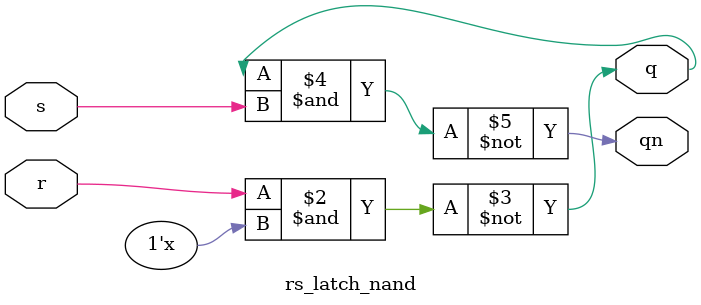
<source format=v>

module rs_latch_nand (s,r,q,qn);

input s,r;
output reg q,qn;

always @(*)

    begin
        
        q  = ~(r&qn);
        qn = ~(q&s);
        
    end

endmodule
</source>
